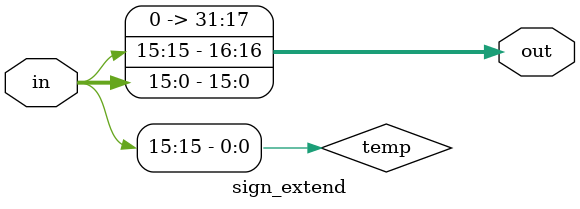
<source format=v>
module sign_extend(in,out);
  input [15:0] in;
  wire temp;
  output reg [31:0] out;
  assign temp={16{in[15]}};
  assign out={temp,in};
   endmodule

</source>
